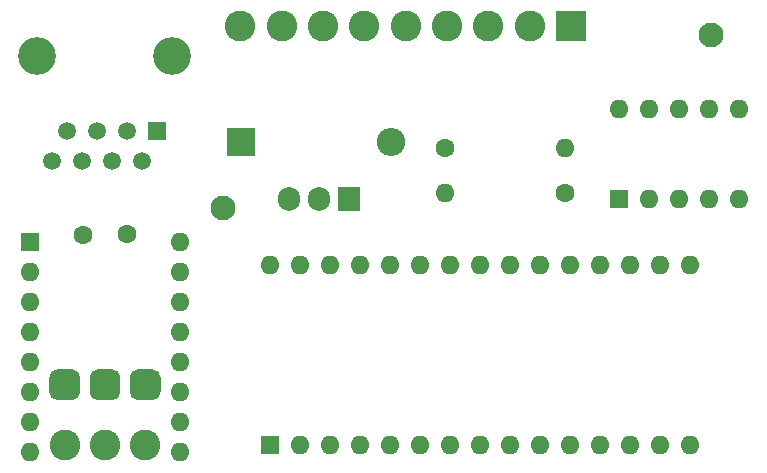
<source format=gbr>
%TF.GenerationSoftware,KiCad,Pcbnew,(5.1.9-0-10_14)*%
%TF.CreationDate,2021-03-28T23:18:51-04:00*%
%TF.ProjectId,shademaker,73686164-656d-4616-9b65-722e6b696361,rev?*%
%TF.SameCoordinates,Original*%
%TF.FileFunction,Soldermask,Top*%
%TF.FilePolarity,Negative*%
%FSLAX46Y46*%
G04 Gerber Fmt 4.6, Leading zero omitted, Abs format (unit mm)*
G04 Created by KiCad (PCBNEW (5.1.9-0-10_14)) date 2021-03-28 23:18:51*
%MOMM*%
%LPD*%
G01*
G04 APERTURE LIST*
%ADD10O,1.600000X1.600000*%
%ADD11R,1.600000X1.600000*%
%ADD12C,1.600000*%
%ADD13C,2.600000*%
%ADD14R,2.600000X2.600000*%
%ADD15C,1.500000*%
%ADD16R,1.500000X1.500000*%
%ADD17C,3.200000*%
%ADD18C,2.100000*%
%ADD19O,1.905000X2.000000*%
%ADD20R,1.905000X2.000000*%
%ADD21O,2.400000X2.400000*%
%ADD22R,2.400000X2.400000*%
G04 APERTURE END LIST*
D10*
%TO.C,SW1*%
X176276000Y-89662000D03*
X186436000Y-97282000D03*
X178816000Y-89662000D03*
X183896000Y-97282000D03*
X181356000Y-89662000D03*
X181356000Y-97282000D03*
X183896000Y-89662000D03*
X178816000Y-97282000D03*
X186436000Y-89662000D03*
D11*
X176276000Y-97282000D03*
%TD*%
D10*
%TO.C,R1*%
X161544000Y-96774000D03*
D12*
X171704000Y-96774000D03*
%TD*%
D10*
%TO.C,ARDUINO1*%
X182245000Y-102870000D03*
X182245000Y-118110000D03*
X146685000Y-102870000D03*
X179705000Y-118110000D03*
X149225000Y-102870000D03*
X177165000Y-118110000D03*
X151765000Y-102870000D03*
X174625000Y-118110000D03*
X154305000Y-102870000D03*
X172085000Y-118110000D03*
X156845000Y-102870000D03*
X169545000Y-118110000D03*
X159385000Y-102870000D03*
X167005000Y-118110000D03*
X161925000Y-102870000D03*
X164465000Y-118110000D03*
X164465000Y-102870000D03*
X161925000Y-118110000D03*
X167005000Y-102870000D03*
X159385000Y-118110000D03*
X169545000Y-102870000D03*
X156845000Y-118110000D03*
X172085000Y-102870000D03*
X154305000Y-118110000D03*
X174625000Y-102870000D03*
X151765000Y-118110000D03*
X177165000Y-102870000D03*
X149225000Y-118110000D03*
X179705000Y-102870000D03*
D11*
X146685000Y-118110000D03*
%TD*%
D13*
%TO.C,SCREW1*%
X144212000Y-82677000D03*
X147712000Y-82677000D03*
X151212000Y-82677000D03*
X154712000Y-82677000D03*
X158212000Y-82677000D03*
X161712000Y-82677000D03*
X165212000Y-82677000D03*
X168712000Y-82677000D03*
D14*
X172212000Y-82677000D03*
%TD*%
D10*
%TO.C,STEPPER1*%
X139065000Y-100965000D03*
X126365000Y-118745000D03*
X139065000Y-103505000D03*
X126365000Y-116205000D03*
X139065000Y-106045000D03*
X126365000Y-113665000D03*
X139065000Y-108585000D03*
X126365000Y-111125000D03*
X139065000Y-111125000D03*
X126365000Y-108585000D03*
X139065000Y-113665000D03*
X126365000Y-106045000D03*
X139065000Y-116205000D03*
X126365000Y-103505000D03*
X139065000Y-118745000D03*
D11*
X126365000Y-100965000D03*
%TD*%
D10*
%TO.C,R2*%
X171704000Y-92964000D03*
D12*
X161544000Y-92964000D03*
%TD*%
D15*
%TO.C,RJ45*%
X128270000Y-94107000D03*
X129540000Y-91567000D03*
X130810000Y-94107000D03*
X132080000Y-91567000D03*
X133350000Y-94107000D03*
X134620000Y-91567000D03*
X135890000Y-94107000D03*
D16*
X137160000Y-91567000D03*
D17*
X138430000Y-85217000D03*
X127000000Y-85217000D03*
%TD*%
D12*
%TO.C,C1*%
X134594600Y-100304600D03*
X130860800Y-100330000D03*
%TD*%
D18*
%TO.C,.*%
X142748000Y-98044000D03*
%TD*%
%TO.C,.*%
X184023000Y-83439000D03*
%TD*%
D13*
%TO.C,M2*%
X129336800Y-118110000D03*
G36*
G01*
X128686800Y-111730000D02*
X129986800Y-111730000D01*
G75*
G02*
X130636800Y-112380000I0J-650000D01*
G01*
X130636800Y-113680000D01*
G75*
G02*
X129986800Y-114330000I-650000J0D01*
G01*
X128686800Y-114330000D01*
G75*
G02*
X128036800Y-113680000I0J650000D01*
G01*
X128036800Y-112380000D01*
G75*
G02*
X128686800Y-111730000I650000J0D01*
G01*
G37*
%TD*%
%TO.C,M1*%
X132740400Y-118110000D03*
G36*
G01*
X132090400Y-111730000D02*
X133390400Y-111730000D01*
G75*
G02*
X134040400Y-112380000I0J-650000D01*
G01*
X134040400Y-113680000D01*
G75*
G02*
X133390400Y-114330000I-650000J0D01*
G01*
X132090400Y-114330000D01*
G75*
G02*
X131440400Y-113680000I0J650000D01*
G01*
X131440400Y-112380000D01*
G75*
G02*
X132090400Y-111730000I650000J0D01*
G01*
G37*
%TD*%
%TO.C,MO1*%
X136144000Y-118110000D03*
G36*
G01*
X135494000Y-111730000D02*
X136794000Y-111730000D01*
G75*
G02*
X137444000Y-112380000I0J-650000D01*
G01*
X137444000Y-113680000D01*
G75*
G02*
X136794000Y-114330000I-650000J0D01*
G01*
X135494000Y-114330000D01*
G75*
G02*
X134844000Y-113680000I0J650000D01*
G01*
X134844000Y-112380000D01*
G75*
G02*
X135494000Y-111730000I650000J0D01*
G01*
G37*
%TD*%
D19*
%TO.C,Q1*%
X148336000Y-97282000D03*
X150876000Y-97282000D03*
D20*
X153416000Y-97282000D03*
%TD*%
D21*
%TO.C,D1*%
X156972000Y-92456000D03*
D22*
X144272000Y-92456000D03*
%TD*%
M02*

</source>
